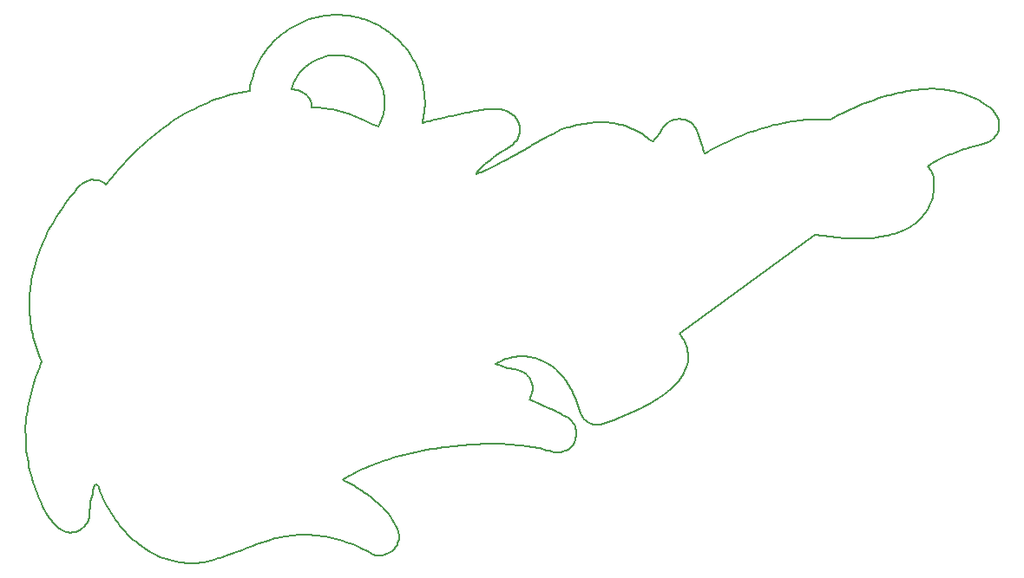
<source format=gm1>
%TF.GenerationSoftware,KiCad,Pcbnew,8.0.6*%
%TF.CreationDate,2024-11-25T21:33:12-05:00*%
%TF.ProjectId,mason-comet-ornament,6d61736f-6e2d-4636-9f6d-65742d6f726e,rev?*%
%TF.SameCoordinates,Original*%
%TF.FileFunction,Profile,NP*%
%FSLAX46Y46*%
G04 Gerber Fmt 4.6, Leading zero omitted, Abs format (unit mm)*
G04 Created by KiCad (PCBNEW 8.0.6) date 2024-11-25 21:33:12*
%MOMM*%
%LPD*%
G01*
G04 APERTURE LIST*
%TA.AperFunction,Profile*%
%ADD10C,0.200000*%
%TD*%
%ADD11C,0.200000*%
G04 APERTURE END LIST*
D10*
X101865145Y-41828431D02*
X102507359Y-41898038D01*
X68527127Y-54183662D02*
X68609799Y-54119599D01*
X50521493Y-29109729D02*
X50521493Y-28988590D01*
X87765261Y-30831288D02*
X87556080Y-30609939D01*
D11*
X71748935Y-53483475D02*
X71956365Y-53516312D01*
X72161113Y-53558086D01*
X72363085Y-53608699D01*
X72562188Y-53668054D01*
X72758328Y-53736055D01*
X72951412Y-53812604D01*
X73141344Y-53897606D01*
X73328033Y-53990963D01*
X73511383Y-54092578D01*
X73691302Y-54202356D01*
X73867695Y-54320197D01*
X74040469Y-54446008D01*
X74209530Y-54579689D01*
X74374784Y-54721145D01*
X74536138Y-54870278D01*
X74693498Y-55026993D01*
X74846770Y-55191191D01*
X74995860Y-55362777D01*
X75140675Y-55541653D01*
X75281121Y-55727723D01*
X75417105Y-55920890D01*
X75548531Y-56121057D01*
X75675308Y-56328128D01*
X75797341Y-56542005D01*
X75914536Y-56762592D01*
X76026799Y-56989792D01*
X76134038Y-57223508D01*
X76236157Y-57463643D01*
X76333064Y-57710101D01*
X76424665Y-57962785D01*
X76510866Y-58221598D01*
X76591573Y-58486443D01*
D10*
X48594314Y-70923435D02*
X49451792Y-70900893D01*
X103874990Y-41899077D02*
X105242625Y-41900116D01*
X49451792Y-70900893D02*
X50309270Y-70878350D01*
D11*
X28859439Y-36260519D02*
X28654304Y-36320418D01*
X28427990Y-36414234D01*
X28216254Y-36544596D01*
X28043776Y-36686361D01*
X27857336Y-36870649D01*
X27702117Y-37041887D01*
X27528855Y-37245416D01*
X27401167Y-37400812D01*
X27262225Y-37573218D01*
X117489792Y-30156496D02*
X117363428Y-29901354D01*
X117191303Y-29649628D01*
X116976527Y-29402837D01*
X116722214Y-29162504D01*
X116431475Y-28930149D01*
X116107422Y-28707293D01*
X115933876Y-28599903D01*
X115753169Y-28495459D01*
X115565689Y-28394149D01*
X115371826Y-28296166D01*
X115171969Y-28201698D01*
X114966507Y-28110936D01*
X114755828Y-28024070D01*
X114540323Y-27941291D01*
X114320379Y-27862787D01*
X114096387Y-27788750D01*
X113868734Y-27719370D01*
X113637810Y-27654837D01*
X113404005Y-27595340D01*
X113167707Y-27541071D01*
X112929304Y-27492219D01*
X112689187Y-27448974D01*
X112447744Y-27411527D01*
X112205364Y-27380067D01*
X111962437Y-27354785D01*
X111719351Y-27335872D01*
X110625127Y-39155899D02*
X110738835Y-38950346D01*
X110846151Y-38727945D01*
X110926109Y-38541257D01*
X110999758Y-38349551D01*
X111066112Y-38155391D01*
X111124187Y-37961339D01*
X111183635Y-37722830D01*
X111193618Y-37676070D01*
D10*
X71816028Y-57695526D02*
X71836250Y-57630930D01*
D11*
X73706882Y-62690259D02*
X73953336Y-62759966D01*
X74179959Y-62808696D01*
X74390559Y-62836367D01*
X74637077Y-62841213D01*
X74871945Y-62812861D01*
X75102601Y-62751147D01*
X75289091Y-62677646D01*
X75336483Y-62655909D01*
D10*
X69853071Y-53584392D02*
X70267492Y-53477388D01*
X71365823Y-53431403D02*
X71748935Y-53483475D01*
D11*
X68609799Y-54119599D02*
X68796794Y-54005200D01*
X68987103Y-53910679D01*
X69205139Y-53813907D01*
X69433649Y-53722314D01*
X69655378Y-53643332D01*
X69853071Y-53584392D01*
X87224497Y-52883848D02*
X87177017Y-52666996D01*
X87114075Y-52448924D01*
X87036859Y-52232575D01*
X86946558Y-52020892D01*
X86844360Y-51816816D01*
X86731455Y-51623292D01*
X86683562Y-51549497D01*
D10*
X72084082Y-57027725D02*
X72102503Y-56692392D01*
X72121306Y-56357061D02*
X72050625Y-56112090D01*
X111270572Y-36184250D02*
X111212240Y-35908862D01*
D11*
X57457901Y-72881759D02*
X57665694Y-72836812D01*
X57863790Y-72772004D01*
X58050994Y-72688378D01*
X58226115Y-72586974D01*
X58387961Y-72468837D01*
X58581044Y-72287092D01*
X58745581Y-72079921D01*
X58878747Y-71849796D01*
X58956334Y-71663626D01*
X58996783Y-71533626D01*
D10*
X101782307Y-29979705D02*
X101181606Y-30297144D01*
X67228559Y-62019595D02*
X68250659Y-61974324D01*
X69252183Y-29379541D02*
X68982879Y-29307427D01*
D11*
X88732429Y-33231580D02*
X88681414Y-33023265D01*
X88628058Y-32820027D01*
X88572591Y-32622443D01*
X88485943Y-32337933D01*
X88395855Y-32069396D01*
X88303111Y-31818781D01*
X88208495Y-31588038D01*
X88112792Y-31379117D01*
X88016787Y-31193969D01*
X87889666Y-30987453D01*
X87765261Y-30831288D01*
D10*
X75336483Y-62655909D02*
X75571610Y-62545145D01*
X56160947Y-72594023D02*
X56516860Y-72798014D01*
D11*
X105760477Y-41826748D02*
X106017574Y-41787770D01*
X106268023Y-41744607D01*
X106511932Y-41697220D01*
X106749413Y-41645572D01*
X106980575Y-41589627D01*
X107205530Y-41529346D01*
X107424388Y-41464693D01*
X107637259Y-41395631D01*
X107844254Y-41322122D01*
X108045483Y-41244129D01*
X108241057Y-41161615D01*
X108431085Y-41074542D01*
X108615680Y-40982874D01*
X108794950Y-40886574D01*
X108969007Y-40785603D01*
X109137961Y-40679926D01*
D10*
X31004028Y-36034520D02*
X30497987Y-36654722D01*
D11*
X72050625Y-56112090D02*
X71974884Y-55887596D01*
X71882868Y-55685470D01*
X71772962Y-55504492D01*
X71643548Y-55343445D01*
X71493012Y-55201109D01*
X71319738Y-55076267D01*
X71122109Y-54967699D01*
X70898509Y-54874187D01*
X70647324Y-54794513D01*
X70366937Y-54727457D01*
X70162992Y-54689163D01*
D10*
X109946049Y-39980629D02*
X110422567Y-39496600D01*
X93051480Y-46379040D02*
X99638957Y-41536582D01*
X78471152Y-60155054D02*
X78737236Y-60112466D01*
D11*
X66611394Y-35608602D02*
X66692898Y-35418967D01*
X66877407Y-35216313D01*
X67046648Y-35052567D01*
X67247128Y-34870600D01*
X67473918Y-34674439D01*
X67722090Y-34468108D01*
X67986715Y-34255632D01*
X68262866Y-34041036D01*
X68545613Y-33828346D01*
X68830029Y-33621586D01*
X69111185Y-33424782D01*
X69384152Y-33241958D01*
X69644003Y-33077140D01*
X69885810Y-32934353D01*
D10*
X101181606Y-30297144D02*
X100311245Y-30285163D01*
X59069967Y-71264146D02*
X59048152Y-70921298D01*
D11*
X66952455Y-29425727D02*
X66694031Y-29465400D01*
X66428034Y-29508904D01*
X66153471Y-29556435D01*
X65869347Y-29608191D01*
X65574668Y-29664368D01*
X65268441Y-29725164D01*
X64949672Y-29790776D01*
X64617367Y-29861401D01*
X64270532Y-29937236D01*
X63908174Y-30018479D01*
X63529297Y-30105326D01*
X63333354Y-30150912D01*
X63132909Y-30197974D01*
X62927837Y-30246536D01*
X62718015Y-30296622D01*
X62503319Y-30348256D01*
X62283623Y-30401465D01*
X62058803Y-30456271D01*
X61828737Y-30512701D01*
X61593298Y-30570778D01*
X61352364Y-30630528D01*
D10*
X76395446Y-60991591D02*
X76351428Y-60706899D01*
X59026510Y-70578450D02*
X58919146Y-70315050D01*
D11*
X24039703Y-53573270D02*
X24120569Y-53758040D01*
X24185865Y-53951553D01*
X24149396Y-54176612D01*
X24060546Y-54391665D01*
X23996400Y-54541511D01*
X55224940Y-64621914D02*
X55535425Y-64479327D01*
X55849562Y-64340805D01*
X56167402Y-64206337D01*
X56488996Y-64075913D01*
X56814397Y-63949519D01*
X57143656Y-63827146D01*
X57476826Y-63708782D01*
X57813957Y-63594416D01*
X58155103Y-63484036D01*
X58500314Y-63377631D01*
X58849643Y-63275189D01*
X59203142Y-63176701D01*
X59560862Y-63082153D01*
X59922855Y-62991536D01*
X60289173Y-62904837D01*
X60659868Y-62822046D01*
X61034992Y-62743151D01*
X61414596Y-62668141D01*
X61798733Y-62597004D01*
X62187455Y-62529730D01*
X62580812Y-62466307D01*
X62978857Y-62406723D01*
X63381642Y-62350968D01*
X63789219Y-62299030D01*
X64201640Y-62250899D01*
X64618956Y-62206561D01*
X65041219Y-62166008D01*
X65468481Y-62129226D01*
X65900794Y-62096205D01*
X66338211Y-62066934D01*
X66780781Y-62041401D01*
X67228559Y-62019595D01*
D10*
X111193618Y-37676070D02*
X111270919Y-37303159D01*
D11*
X83496661Y-32222898D02*
X83286759Y-32053376D01*
X83070671Y-31892897D01*
X82848450Y-31741481D01*
X82620150Y-31599150D01*
X82385824Y-31465926D01*
X82145525Y-31341832D01*
X81899307Y-31226888D01*
X81647223Y-31121117D01*
X81389326Y-31024540D01*
X81125670Y-30937180D01*
X80856309Y-30859059D01*
X80581296Y-30790197D01*
X80300684Y-30730618D01*
X80014526Y-30680343D01*
X79722876Y-30639393D01*
X79425788Y-30607792D01*
D10*
X86464003Y-51221681D02*
X93051480Y-46379040D01*
D11*
X57679430Y-28690843D02*
X57673952Y-28913107D01*
X57657963Y-29134317D01*
X57631558Y-29354111D01*
X57594828Y-29572129D01*
X57547868Y-29788010D01*
X57490772Y-30001392D01*
X57423633Y-30211914D01*
X57346544Y-30419216D01*
X57259599Y-30622937D01*
X57162892Y-30822714D01*
X57093044Y-30953531D01*
X70162992Y-54689163D02*
X69925296Y-54644313D01*
X69688534Y-54591072D01*
X69456548Y-54530537D01*
X69233182Y-54463806D01*
X69022281Y-54391976D01*
X68827687Y-54316145D01*
X68755277Y-54284939D01*
D10*
X68250659Y-61974324D02*
X69217650Y-62019595D01*
D11*
X76185552Y-61807020D02*
X76261424Y-61608967D01*
X76317661Y-61413265D01*
X76345701Y-61282011D01*
X55868561Y-30488828D02*
X55564595Y-30339719D01*
X55263290Y-30200100D01*
X54963970Y-30069787D01*
X54665960Y-29948593D01*
X54368584Y-29836333D01*
X54071169Y-29732823D01*
X53773038Y-29637878D01*
X53473518Y-29551311D01*
X53171931Y-29472937D01*
X52867605Y-29402573D01*
X52559863Y-29340031D01*
X52248030Y-29285128D01*
X51931432Y-29237678D01*
X51609394Y-29197495D01*
X51281239Y-29164395D01*
X50946295Y-29138192D01*
X58919146Y-70315050D02*
X58780443Y-70004989D01*
X58618130Y-69697106D01*
X58432349Y-69391532D01*
X58223244Y-69088401D01*
X57990956Y-68787843D01*
X57735630Y-68489993D01*
X57599371Y-68342124D01*
X57457406Y-68194981D01*
X57309753Y-68048581D01*
X57156429Y-67902940D01*
X56997452Y-67758076D01*
X56832841Y-67614004D01*
X56662612Y-67470740D01*
X56486784Y-67328303D01*
X56305374Y-67186707D01*
X56118401Y-67045970D01*
X55925882Y-66906108D01*
X55727836Y-66767138D01*
X55524279Y-66629076D01*
X55315230Y-66491939D01*
X55100706Y-66355744D01*
X54880726Y-66220506D01*
X54655308Y-66086242D01*
X54424468Y-65952970D01*
X54188225Y-65820705D01*
X53946598Y-65689464D01*
D10*
X117580335Y-30382496D02*
X117489792Y-30156496D01*
D11*
X115830308Y-32743423D02*
X116099284Y-32675595D01*
X116342539Y-32597375D01*
X116561270Y-32507784D01*
X116756675Y-32405841D01*
X116929952Y-32290565D01*
X117082299Y-32160979D01*
X117254941Y-31964239D01*
X117395343Y-31737992D01*
X117481196Y-31547544D01*
X117551709Y-31338212D01*
D10*
X75854155Y-59699471D02*
X75626545Y-59453606D01*
D11*
X43745949Y-72361569D02*
X43941487Y-72285834D01*
X44131076Y-72212908D01*
X44493229Y-72075224D01*
X44834059Y-71948001D01*
X45155220Y-71830723D01*
X45458364Y-71722876D01*
X45745144Y-71623942D01*
X46017212Y-71533407D01*
X46276220Y-71450756D01*
X46523822Y-71375472D01*
X46761670Y-71307040D01*
X46991416Y-71244945D01*
X47214713Y-71188671D01*
X47433214Y-71137702D01*
X47648570Y-71091523D01*
X47862436Y-71049619D01*
X48076463Y-71011474D01*
X84694302Y-31347527D02*
X84555773Y-31548432D01*
X84423315Y-31730747D01*
X84282655Y-31918100D01*
X84143974Y-32097425D01*
X84017454Y-32255659D01*
X83872747Y-32424882D01*
X83815350Y-32475384D01*
X53615021Y-65460421D02*
X53821312Y-65337993D01*
X54017508Y-65232056D01*
X54252269Y-65108530D01*
X54443060Y-65009858D01*
X54638217Y-64910317D01*
X54830316Y-64813777D01*
X55011930Y-64724105D01*
X55224940Y-64621914D01*
D10*
X68982879Y-29307427D02*
X68340488Y-29311375D01*
X79425788Y-30607792D02*
X78887000Y-30559477D01*
D11*
X27262225Y-37573218D02*
X27010613Y-37892687D01*
X26766787Y-38212297D01*
X26530734Y-38532072D01*
X26302445Y-38852039D01*
X26081909Y-39172223D01*
X25869115Y-39492650D01*
X25664053Y-39813347D01*
X25466712Y-40134338D01*
X25277081Y-40455650D01*
X25095150Y-40777309D01*
X24920909Y-41099341D01*
X24754347Y-41421771D01*
X24595453Y-41744626D01*
X24444217Y-42067931D01*
X24300627Y-42391712D01*
X24164675Y-42715995D01*
X24036349Y-43040806D01*
X23915638Y-43366171D01*
X23802531Y-43692116D01*
X23697020Y-44018667D01*
X23599092Y-44345849D01*
X23508737Y-44673688D01*
X23425945Y-45002211D01*
X23350705Y-45331443D01*
X23283006Y-45661410D01*
X23222838Y-45992139D01*
X23170191Y-46323654D01*
X23125054Y-46655981D01*
X23087415Y-46989148D01*
X23057266Y-47323179D01*
X23034594Y-47658100D01*
X23019391Y-47993938D01*
D10*
X76345701Y-61282011D02*
X76395446Y-60991591D01*
D11*
X56310391Y-25385625D02*
X56470224Y-25553583D01*
X56620896Y-25728478D01*
X56762248Y-25909927D01*
X56894120Y-26097547D01*
X57016354Y-26290955D01*
X57128791Y-26489767D01*
X57231273Y-26693600D01*
X57323641Y-26902072D01*
X57405736Y-27114798D01*
X57477399Y-27331397D01*
X57538472Y-27551484D01*
X57588796Y-27774677D01*
X57628213Y-28000593D01*
X57656563Y-28228848D01*
X57673688Y-28459058D01*
X57679430Y-28690843D01*
D10*
X72102503Y-56692392D02*
X72121306Y-56357061D01*
D11*
X75019044Y-59146546D02*
X74821796Y-59048119D01*
X74605974Y-58942778D01*
X74374471Y-58831855D01*
X74130183Y-58716681D01*
X73876005Y-58598588D01*
X73614834Y-58478907D01*
X73349565Y-58358970D01*
X73083092Y-58240108D01*
X72818311Y-58123653D01*
X72558119Y-58010936D01*
X72388636Y-57938527D01*
D10*
X111085367Y-27294895D02*
X110381063Y-27338019D01*
X102507359Y-41898038D02*
X103874990Y-41899077D01*
X29118006Y-36194133D02*
X28859439Y-36260519D01*
X56512206Y-30813244D02*
X55868561Y-30488828D01*
X70816658Y-53454500D02*
X71365823Y-53431403D01*
D11*
X89314161Y-33404794D02*
X89111019Y-33519333D01*
X88915843Y-33606405D01*
X88783716Y-33449070D01*
X88732429Y-33231580D01*
D10*
X87275145Y-30469652D02*
X86994034Y-30329004D01*
X67698273Y-29315322D02*
X66952455Y-29425727D01*
X76074967Y-62041787D02*
X76185552Y-61807020D01*
X26750099Y-70637119D02*
X27024950Y-70676126D01*
D11*
X111212240Y-35908862D02*
X111158694Y-35701715D01*
X111077213Y-35489407D01*
X110968699Y-35292035D01*
X110847148Y-35122463D01*
X110807299Y-35073395D01*
D10*
X78202385Y-60112466D02*
X78471152Y-60155054D01*
D11*
X23044442Y-49382331D02*
X23069044Y-49659615D01*
X23099178Y-49937034D01*
X23134732Y-50214119D01*
X23175595Y-50490404D01*
X23221656Y-50765421D01*
X23272805Y-51038704D01*
X23328930Y-51309783D01*
X23389921Y-51578193D01*
X23455667Y-51843465D01*
X23526057Y-52105133D01*
X23600979Y-52362729D01*
X23680323Y-52615785D01*
X23763979Y-52863835D01*
X23851834Y-53106410D01*
X23943779Y-53343044D01*
X24039703Y-53573270D01*
D10*
X56904622Y-30914881D02*
X56512206Y-30813244D01*
X87241692Y-54044092D02*
X87263161Y-53629667D01*
X117551709Y-31338212D02*
X117622926Y-31091814D01*
X111270919Y-36743616D02*
X111270572Y-36184250D01*
D11*
X59079588Y-22616663D02*
X58926886Y-22467705D01*
X58770909Y-22322921D01*
X58611745Y-22182346D01*
X58449481Y-22046017D01*
X58284207Y-21913970D01*
X58116010Y-21786243D01*
X57944977Y-21662870D01*
X57771197Y-21543889D01*
X57594758Y-21429337D01*
X57415748Y-21319249D01*
X57234256Y-21213662D01*
X57050368Y-21112612D01*
X56864173Y-21016137D01*
X56675759Y-20924272D01*
X56485214Y-20837054D01*
X56292626Y-20754520D01*
X56098083Y-20676705D01*
X55901673Y-20603646D01*
X55703484Y-20535381D01*
X55503605Y-20471944D01*
X55302122Y-20413373D01*
X55099125Y-20359704D01*
X54894701Y-20310974D01*
X54688938Y-20267219D01*
X54481924Y-20228475D01*
X54273747Y-20194780D01*
X54064495Y-20166168D01*
X53854257Y-20142678D01*
X53643120Y-20124345D01*
X53431172Y-20111205D01*
X53218502Y-20103296D01*
X53005197Y-20100654D01*
X22646302Y-61461994D02*
X22660984Y-61854066D01*
X22687131Y-62248590D01*
X22724327Y-62644640D01*
X22772159Y-63041291D01*
X22830214Y-63437620D01*
X22898077Y-63832700D01*
X22975336Y-64225607D01*
X23061575Y-64615417D01*
X23156383Y-65001204D01*
X23259344Y-65382044D01*
X23370045Y-65757012D01*
X23488073Y-66125184D01*
X23613014Y-66485633D01*
X23744453Y-66837437D01*
X23881979Y-67179669D01*
X24025176Y-67511405D01*
X24173630Y-67831721D01*
X24326930Y-68139691D01*
X24484659Y-68434391D01*
X24646406Y-68714896D01*
X24811756Y-68980281D01*
X24980295Y-69229621D01*
X25151611Y-69461992D01*
X25325288Y-69676469D01*
X25500914Y-69872127D01*
X25678074Y-70048041D01*
X25856356Y-70203287D01*
X26035344Y-70336939D01*
X26214627Y-70448073D01*
X26572417Y-70599087D01*
X26750099Y-70637119D01*
X78737236Y-60112466D02*
X78998382Y-60047513D01*
X79276260Y-59957858D01*
X79493951Y-59881277D01*
X79733475Y-59792915D01*
X79991303Y-59694206D01*
X80263904Y-59586580D01*
X80547750Y-59471468D01*
X80839310Y-59350301D01*
X81135056Y-59224512D01*
X81431457Y-59095532D01*
X81724983Y-58964790D01*
X82012107Y-58833720D01*
X82289297Y-58703752D01*
X82553024Y-58576318D01*
X82678736Y-58513999D01*
D10*
X48076463Y-71011474D02*
X48594314Y-70923435D01*
X105242625Y-41900116D02*
X105760477Y-41826748D01*
D11*
X83815350Y-32475384D02*
X83654672Y-32353583D01*
X83496661Y-32222898D01*
D10*
X75626545Y-59453606D02*
X75019044Y-59146546D01*
D11*
X28890037Y-68745011D02*
X28896489Y-68501958D01*
X28915301Y-68243133D01*
X28945650Y-67972496D01*
X28986715Y-67694008D01*
X29037676Y-67411630D01*
X29097712Y-67129323D01*
X29166001Y-66851049D01*
X29241722Y-66580768D01*
X29324054Y-66322441D01*
X29412177Y-66080030D01*
X29473737Y-65929221D01*
X27263477Y-70640876D02*
X27525491Y-70584797D01*
X27770163Y-70497351D01*
X27995652Y-70380684D01*
X28200117Y-70236941D01*
X28381718Y-70068264D01*
X28538613Y-69876800D01*
X28668961Y-69664693D01*
X28770922Y-69434087D01*
X28842655Y-69187127D01*
X28882319Y-68925958D01*
X28890037Y-68745011D01*
X61352364Y-30630528D02*
X61406933Y-30391643D01*
X61454639Y-30151447D01*
X61495464Y-29910086D01*
X61529390Y-29667710D01*
X61556397Y-29424465D01*
X61576467Y-29180500D01*
X61589581Y-28935963D01*
X61595722Y-28691003D01*
D10*
X111270919Y-37303159D02*
X111270919Y-36743616D01*
D11*
X53005172Y-20100495D02*
X52605600Y-20109782D01*
X52210305Y-20137178D01*
X51819720Y-20182304D01*
X51434282Y-20244781D01*
X51054426Y-20324230D01*
X50680587Y-20420272D01*
X50313202Y-20532528D01*
X49952706Y-20660619D01*
X49599535Y-20804165D01*
X49254123Y-20962789D01*
X48916907Y-21136111D01*
X48588323Y-21323753D01*
X48268805Y-21525334D01*
X47958790Y-21740477D01*
X47658712Y-21968802D01*
X47369009Y-22209930D01*
X47090114Y-22463482D01*
X46822465Y-22729080D01*
X46566495Y-23006345D01*
X46322642Y-23294897D01*
X46091340Y-23594357D01*
X45873025Y-23904347D01*
X45668133Y-24224487D01*
X45477100Y-24554400D01*
X45300360Y-24893704D01*
X45138349Y-25242023D01*
X44991504Y-25598976D01*
X44860260Y-25964185D01*
X44745051Y-26337271D01*
X44646315Y-26717855D01*
X44564486Y-27105557D01*
X44500000Y-27500000D01*
D10*
X117622926Y-31091814D02*
X117601630Y-30737155D01*
X117601630Y-30737155D02*
X117580335Y-30382496D01*
D11*
X29473737Y-65929221D02*
X29678630Y-66021053D01*
X29761830Y-66248270D01*
D10*
X75571610Y-62545145D02*
X75823378Y-62293556D01*
X22688889Y-59742208D02*
X22623039Y-60425937D01*
X87135582Y-54408232D02*
X87241692Y-54044092D01*
D11*
X100430943Y-41647880D02*
X100648574Y-41677790D01*
X100885444Y-41709180D01*
X101130069Y-41740610D01*
X101370961Y-41770645D01*
X101596635Y-41797846D01*
X101795606Y-41820776D01*
X101865145Y-41828431D01*
D10*
X23019391Y-47993938D02*
X22993802Y-48739936D01*
X86994034Y-30329004D02*
X86699677Y-30279439D01*
D11*
X110381063Y-27338019D02*
X110136400Y-27355203D01*
X109888815Y-27377026D01*
X109638445Y-27403444D01*
X109385428Y-27434417D01*
X109129899Y-27469902D01*
X108871996Y-27509856D01*
X108611857Y-27554238D01*
X108349618Y-27603006D01*
X108085416Y-27656118D01*
X107819389Y-27713531D01*
X107551672Y-27775203D01*
X107282405Y-27841092D01*
X107011723Y-27911157D01*
X106739763Y-27985355D01*
X106466663Y-28063644D01*
X106192560Y-28145982D01*
X105917591Y-28232327D01*
X105641893Y-28322636D01*
X105365602Y-28416868D01*
X105088856Y-28514981D01*
X104811793Y-28616933D01*
X104534548Y-28722681D01*
X104257260Y-28832183D01*
X103980065Y-28945397D01*
X103703100Y-29062282D01*
X103426503Y-29182795D01*
X103150409Y-29306893D01*
X102874958Y-29434536D01*
X102600284Y-29565681D01*
X102326527Y-29700285D01*
X102053822Y-29838307D01*
X101782307Y-29979705D01*
D10*
X70267492Y-53477388D02*
X70816658Y-53454500D01*
X50309270Y-70878350D02*
X50840183Y-70927919D01*
X75823378Y-62293556D02*
X76074967Y-62041787D01*
D11*
X30331753Y-36534653D02*
X30161310Y-36429816D01*
X29966197Y-36342313D01*
X29754542Y-36274945D01*
X29534471Y-36230514D01*
X29408067Y-36216502D01*
D10*
X110422567Y-39496600D02*
X110625127Y-39155899D01*
D11*
X37967457Y-73618083D02*
X38257747Y-73643445D01*
X38544077Y-73657873D01*
X38829319Y-73660740D01*
X39116347Y-73651422D01*
X39408035Y-73629293D01*
X39707256Y-73593728D01*
X40016883Y-73544102D01*
X40339791Y-73479790D01*
X40678852Y-73400167D01*
X41036940Y-73304607D01*
X41416928Y-73192485D01*
X41616033Y-73130018D01*
X41821690Y-73063176D01*
X42034260Y-72991882D01*
X42254100Y-72916056D01*
X42481571Y-72835620D01*
X42717031Y-72750497D01*
X42960839Y-72660609D01*
X43213356Y-72565877D01*
X43474939Y-72466223D01*
X43745949Y-72361569D01*
D10*
X57163548Y-72929894D02*
X57457901Y-72881759D01*
X68340488Y-29311375D02*
X67698273Y-29315322D01*
D11*
X61595722Y-28691003D02*
X61593075Y-28477697D01*
X61585161Y-28265027D01*
X61572017Y-28053079D01*
X61553680Y-27841943D01*
X61530185Y-27631705D01*
X61501569Y-27422454D01*
X61467869Y-27214278D01*
X61429121Y-27007265D01*
X61385362Y-26801503D01*
X61336628Y-26597079D01*
X61282955Y-26394083D01*
X61224380Y-26192602D01*
X61160939Y-25992723D01*
X61092669Y-25794536D01*
X61019607Y-25598128D01*
X60941788Y-25403586D01*
X60859250Y-25211000D01*
X60772028Y-25020457D01*
X60680159Y-24832045D01*
X60583680Y-24645852D01*
X60482627Y-24461966D01*
X60377036Y-24280475D01*
X60266944Y-24101467D01*
X60152388Y-23925031D01*
X60033404Y-23751254D01*
X59910027Y-23580224D01*
X59782296Y-23412029D01*
X59650246Y-23246757D01*
X59513914Y-23084496D01*
X59373336Y-22925335D01*
X59228548Y-22769361D01*
X59079588Y-22616663D01*
X23996400Y-54541511D02*
X23873011Y-54841300D01*
X23754534Y-55147025D01*
X23641107Y-55458134D01*
X23532868Y-55774078D01*
X23429955Y-56094306D01*
X23332506Y-56418269D01*
X23240658Y-56745415D01*
X23154551Y-57075195D01*
X23074321Y-57407058D01*
X23000107Y-57740454D01*
X22932048Y-58074833D01*
X22870280Y-58409644D01*
X22814942Y-58744337D01*
X22766172Y-59078362D01*
X22724108Y-59411169D01*
X22688889Y-59742208D01*
X78389727Y-30587560D02*
X78108325Y-30606662D01*
X77827542Y-30632266D01*
X77547857Y-30664288D01*
X77269747Y-30702644D01*
X76993692Y-30747250D01*
X76720169Y-30798020D01*
X76449657Y-30854873D01*
X76182633Y-30917723D01*
X75919577Y-30986485D01*
X75660966Y-31061078D01*
X75491265Y-31114003D01*
X69217650Y-62019595D02*
X69551225Y-62037041D01*
X69878937Y-62057928D01*
X70200530Y-62082217D01*
X70515744Y-62109871D01*
X70824322Y-62140850D01*
X71126006Y-62175118D01*
X71420537Y-62212635D01*
X71707658Y-62253365D01*
X71987110Y-62297268D01*
X72258635Y-62344307D01*
X72521976Y-62394444D01*
X72776875Y-62447640D01*
X73023073Y-62503857D01*
X73260312Y-62563058D01*
X73488334Y-62625205D01*
X73706882Y-62690259D01*
X82678736Y-58513999D02*
X82919508Y-58391779D01*
X83153341Y-58269528D01*
X83380274Y-58147209D01*
X83600345Y-58024785D01*
X83813594Y-57902221D01*
X84020059Y-57779480D01*
X84219781Y-57656528D01*
X84412798Y-57533326D01*
X84599150Y-57409840D01*
X84778875Y-57286034D01*
X84952012Y-57161871D01*
X85118602Y-57037315D01*
X85278682Y-56912331D01*
X85579473Y-56660932D01*
X85854697Y-56407386D01*
X86104669Y-56151404D01*
X86329701Y-55892698D01*
X86530107Y-55630979D01*
X86706200Y-55365959D01*
X86858293Y-55097350D01*
X86986699Y-54824863D01*
X87091732Y-54548210D01*
X87135582Y-54408232D01*
X71836250Y-57630930D02*
X71913722Y-57433105D01*
X71970274Y-57297206D01*
X57093044Y-30953531D02*
X56904622Y-30914881D01*
D10*
X87284976Y-53215422D02*
X87224497Y-52883848D01*
X86683562Y-51549497D02*
X86464003Y-51221681D01*
X56516860Y-72798014D02*
X56840382Y-72864044D01*
D11*
X76591573Y-58486443D02*
X76678512Y-58753258D01*
X76776952Y-58994642D01*
X76887499Y-59211206D01*
X77010763Y-59403563D01*
X77147352Y-59572324D01*
X77297872Y-59718101D01*
X77462933Y-59841505D01*
X77643143Y-59943149D01*
X77839109Y-60023644D01*
X78051439Y-60083601D01*
X78202385Y-60112466D01*
X74061361Y-31732952D02*
X73851489Y-31840094D01*
X73664159Y-31938191D01*
X73455764Y-32048987D01*
X73230433Y-32170229D01*
X72992291Y-32299663D01*
X72745469Y-32435035D01*
X72494092Y-32574091D01*
X72242289Y-32714576D01*
X71994187Y-32854237D01*
X71753914Y-32990819D01*
X71676277Y-33035273D01*
D10*
X30497987Y-36654722D02*
X30331753Y-36534653D01*
X50946295Y-29138192D02*
X50521493Y-29109729D01*
D11*
X53005172Y-24016586D02*
X53236956Y-24022327D01*
X53467167Y-24039452D01*
X53695422Y-24067802D01*
X53921337Y-24107219D01*
X54144530Y-24157543D01*
X54364618Y-24218616D01*
X54581216Y-24290279D01*
X54793943Y-24372374D01*
X55002415Y-24464742D01*
X55206248Y-24567224D01*
X55405060Y-24679661D01*
X55598468Y-24801895D01*
X55786088Y-24933767D01*
X55967537Y-25075119D01*
X56142432Y-25225791D01*
X56310391Y-25385625D01*
D10*
X72388636Y-57938527D02*
X71816028Y-57695526D01*
D11*
X69885810Y-32934353D02*
X70157675Y-32753610D01*
X70384368Y-32546909D01*
X70566670Y-32318627D01*
X70705362Y-32073144D01*
X70801223Y-31814838D01*
X70855035Y-31548089D01*
X70867578Y-31277275D01*
X70839634Y-31006775D01*
X70771981Y-30740968D01*
X70665402Y-30484233D01*
X70520677Y-30240948D01*
X70338587Y-30015492D01*
X70119911Y-29812245D01*
X69865432Y-29635584D01*
X69575929Y-29489890D01*
X69252183Y-29379541D01*
X29761830Y-66248270D02*
X29908448Y-66630784D01*
X30064787Y-67005848D01*
X30230583Y-67373223D01*
X30405571Y-67732673D01*
X30589489Y-68083961D01*
X30782073Y-68426851D01*
X30983059Y-68761105D01*
X31192184Y-69086487D01*
X31409184Y-69402761D01*
X31633796Y-69709689D01*
X31865755Y-70007034D01*
X32104799Y-70294560D01*
X32350663Y-70572030D01*
X32603085Y-70839208D01*
X32861800Y-71095856D01*
X33126545Y-71341738D01*
X33397057Y-71576616D01*
X33673071Y-71800255D01*
X33954325Y-72012418D01*
X34240554Y-72212867D01*
X34531495Y-72401365D01*
X34826885Y-72577677D01*
X35126459Y-72741566D01*
X35429955Y-72892794D01*
X35737109Y-73031124D01*
X36047656Y-73156321D01*
X36361334Y-73268147D01*
X36677879Y-73366365D01*
X36997028Y-73450739D01*
X37318516Y-73521033D01*
X37642080Y-73577008D01*
X37967457Y-73618429D01*
D10*
X75491265Y-31114003D02*
X74954448Y-31286500D01*
D11*
X76351428Y-60706899D02*
X76307329Y-60498209D01*
X76241011Y-60299586D01*
X76152057Y-60110193D01*
X76040056Y-59929194D01*
X75904594Y-59755750D01*
X75854155Y-59699471D01*
D10*
X71970274Y-57297206D02*
X72084082Y-57027725D01*
D11*
X100311245Y-30285163D02*
X99987828Y-30284091D01*
X99661934Y-30289710D01*
X99333680Y-30301987D01*
X99003183Y-30320888D01*
X98670560Y-30346380D01*
X98335928Y-30378430D01*
X97999405Y-30417004D01*
X97661107Y-30462071D01*
X97321151Y-30513595D01*
X96979655Y-30571544D01*
X96636736Y-30635886D01*
X96292511Y-30706586D01*
X95947098Y-30783612D01*
X95600612Y-30866930D01*
X95253172Y-30956507D01*
X94904895Y-31052310D01*
X94555898Y-31154305D01*
X94206297Y-31262461D01*
X93856210Y-31376742D01*
X93505755Y-31497117D01*
X93155048Y-31623552D01*
X92804206Y-31756013D01*
X92453347Y-31894468D01*
X92102587Y-32038883D01*
X91752045Y-32189225D01*
X91401836Y-32345462D01*
X91052079Y-32507559D01*
X90702890Y-32675483D01*
X90354387Y-32849202D01*
X90006686Y-33028683D01*
X89659905Y-33213891D01*
X89314161Y-33404794D01*
X53946598Y-65689464D02*
X53761967Y-65583206D01*
X53615021Y-65460421D01*
D10*
X78887000Y-30559477D02*
X78389727Y-30587560D01*
X29408067Y-36216502D02*
X29118006Y-36194133D01*
D11*
X110807299Y-35073395D02*
X110684858Y-34914366D01*
X110656274Y-34859383D01*
D10*
X109137961Y-40679926D02*
X109469534Y-40464841D01*
D11*
X110656274Y-34859383D02*
X110869566Y-34692557D01*
X111073300Y-34565322D01*
X111319980Y-34427844D01*
X111604221Y-34282324D01*
X111920635Y-34130966D01*
X112263835Y-33975972D01*
X112628435Y-33819547D01*
X112817076Y-33741486D01*
X113009047Y-33663893D01*
X113203674Y-33587043D01*
X113400285Y-33511212D01*
X113598205Y-33436675D01*
X113796762Y-33363708D01*
X113995282Y-33292586D01*
X114193091Y-33223585D01*
X114389517Y-33156979D01*
X114583885Y-33093044D01*
X114775524Y-33032056D01*
X115147916Y-32920020D01*
X115501306Y-32823074D01*
X115830308Y-32743423D01*
D10*
X111719351Y-27335872D02*
X111085367Y-27294895D01*
X99638957Y-41536582D02*
X100430943Y-41647880D01*
D11*
X71676277Y-33035273D02*
X71415279Y-33184596D01*
X71158442Y-33330728D01*
X70906010Y-33473544D01*
X70658232Y-33612917D01*
X70415354Y-33748722D01*
X70177622Y-33880834D01*
X69945284Y-34009128D01*
X69718585Y-34133478D01*
X69497774Y-34253758D01*
X69283096Y-34369844D01*
X69074798Y-34481609D01*
X68873127Y-34588929D01*
X68678331Y-34691677D01*
X68490654Y-34789730D01*
X68310346Y-34882960D01*
X67972817Y-35054454D01*
X67667718Y-35205154D01*
X67397024Y-35334060D01*
X67162708Y-35440166D01*
X66966744Y-35522469D01*
X66749027Y-35599100D01*
X66611394Y-35608602D01*
X86127070Y-30277829D02*
X85908761Y-30326013D01*
X85709393Y-30392859D01*
X85525098Y-30481252D01*
X85352006Y-30594083D01*
X85186249Y-30734237D01*
X85023958Y-30904604D01*
X84861266Y-31108071D01*
X84736654Y-31284131D01*
X84694302Y-31347527D01*
D10*
X86405321Y-30229514D02*
X86127070Y-30277829D01*
X22623039Y-60425937D02*
X22646302Y-61461994D01*
X56840382Y-72864044D02*
X57163548Y-72929894D01*
X87556080Y-30609939D02*
X87275145Y-30469652D01*
X86699677Y-30279439D02*
X86405321Y-30229514D01*
X58996783Y-71533626D02*
X59069967Y-71264146D01*
D11*
X44500000Y-27500000D02*
X44032773Y-27582062D01*
X43568333Y-27676099D01*
X43106694Y-27782101D01*
X42647872Y-27900065D01*
X42191880Y-28029984D01*
X41738734Y-28171851D01*
X41288448Y-28325661D01*
X40841037Y-28491408D01*
X40396516Y-28669085D01*
X39954899Y-28858687D01*
X39516202Y-29060206D01*
X39080438Y-29273639D01*
X38647624Y-29498977D01*
X38217773Y-29736216D01*
X37790900Y-29985349D01*
X37367021Y-30246369D01*
X36946149Y-30519272D01*
X36528299Y-30804051D01*
X36113487Y-31100699D01*
X35701727Y-31409211D01*
X35293033Y-31729581D01*
X34887421Y-32061803D01*
X34484905Y-32405870D01*
X34085501Y-32761776D01*
X33689222Y-33129516D01*
X33296083Y-33509083D01*
X32906100Y-33900471D01*
X32519286Y-34303675D01*
X32135658Y-34718688D01*
X31755229Y-35145503D01*
X31378014Y-35584116D01*
X31004028Y-36034520D01*
X48554769Y-27338050D02*
X48680053Y-26977222D01*
X48832313Y-26631905D01*
X49010137Y-26303152D01*
X49212111Y-25992018D01*
X49436822Y-25699558D01*
X49682858Y-25426827D01*
X49948804Y-25174878D01*
X50233249Y-24944767D01*
X50534778Y-24737547D01*
X50851980Y-24554275D01*
X51183440Y-24396003D01*
X51527747Y-24263788D01*
X51883486Y-24158682D01*
X52249245Y-24081742D01*
X52623612Y-24034022D01*
X53005172Y-24016576D01*
D10*
X68755277Y-54284939D02*
X68527127Y-54183662D01*
D11*
X50521493Y-28988590D02*
X50503757Y-28740800D01*
X50450736Y-28511867D01*
X50362709Y-28301925D01*
X50239956Y-28111114D01*
X50082756Y-27939570D01*
X49891388Y-27787430D01*
X49666131Y-27654833D01*
X49407265Y-27541914D01*
X49216154Y-27477635D01*
X49010312Y-27422204D01*
X48789823Y-27375662D01*
X48554769Y-27338050D01*
X50840183Y-70927919D02*
X51190361Y-70965575D01*
X51540361Y-71012776D01*
X51889716Y-71069377D01*
X52237962Y-71135231D01*
X52584633Y-71210192D01*
X52929264Y-71294114D01*
X53271389Y-71386850D01*
X53610542Y-71488255D01*
X53946259Y-71598182D01*
X54278073Y-71716486D01*
X54605520Y-71843020D01*
X54928133Y-71977637D01*
X55245448Y-72120192D01*
X55556999Y-72270539D01*
X55862320Y-72428531D01*
X56160947Y-72594023D01*
D10*
X22993802Y-48739936D02*
X23044442Y-49382331D01*
X74954448Y-31286500D02*
X74061361Y-31732952D01*
X27024950Y-70676126D02*
X27263477Y-70640876D01*
X109469534Y-40464841D02*
X109946049Y-39980629D01*
X59048152Y-70921298D02*
X59026510Y-70578450D01*
X87263161Y-53629667D02*
X87284976Y-53215422D01*
M02*

</source>
